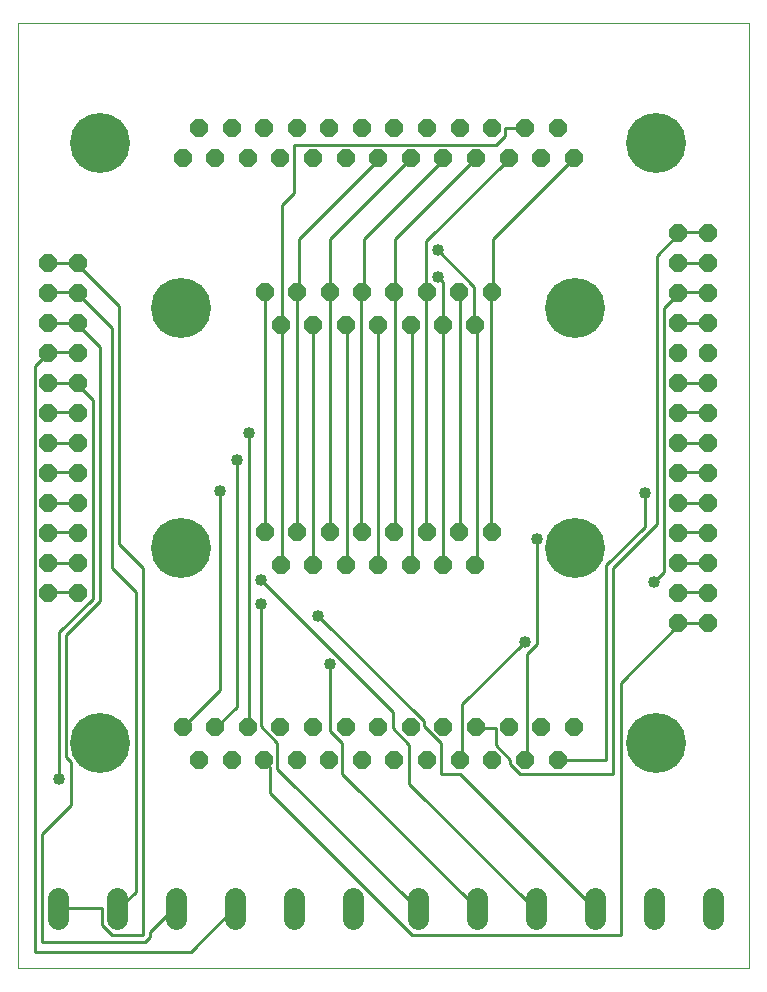
<source format=gtl>
G75*
G70*
%OFA0B0*%
%FSLAX24Y24*%
%IPPOS*%
%LPD*%
%AMOC8*
5,1,8,0,0,1.08239X$1,22.5*
%
%ADD10C,0.0000*%
%ADD11OC8,0.0600*%
%ADD12C,0.2000*%
%ADD13C,0.0705*%
%ADD14C,0.0100*%
%ADD15C,0.0400*%
D10*
X000517Y000770D02*
X000517Y032266D01*
X024887Y032266D01*
X024887Y000770D01*
X000517Y000770D01*
D11*
X005997Y008830D03*
X006537Y007710D03*
X007087Y008830D03*
X007627Y007710D03*
X008167Y008830D03*
X008717Y007710D03*
X009257Y008830D03*
X009797Y007710D03*
X010347Y008830D03*
X010887Y007710D03*
X011427Y008830D03*
X011977Y007710D03*
X012517Y008830D03*
X013057Y007710D03*
X013607Y008830D03*
X014147Y007710D03*
X014687Y008830D03*
X015237Y007710D03*
X015777Y008830D03*
X016317Y007710D03*
X016867Y008830D03*
X017407Y007710D03*
X017947Y008830D03*
X018497Y007710D03*
X019037Y008830D03*
X022517Y012270D03*
X022517Y013270D03*
X022517Y014270D03*
X022517Y015270D03*
X022517Y016270D03*
X022517Y017270D03*
X022517Y018270D03*
X022517Y019270D03*
X022517Y020270D03*
X022517Y021270D03*
X022517Y022270D03*
X022517Y023270D03*
X022517Y024270D03*
X022517Y025270D03*
X023517Y025270D03*
X023517Y024270D03*
X023517Y023270D03*
X023517Y022270D03*
X023517Y021270D03*
X023517Y020270D03*
X023517Y019270D03*
X023517Y018270D03*
X023517Y017270D03*
X023517Y016270D03*
X023517Y015270D03*
X023517Y014270D03*
X023517Y013270D03*
X023517Y012270D03*
X016297Y015330D03*
X015757Y014210D03*
X015217Y015330D03*
X014677Y014210D03*
X014137Y015330D03*
X013597Y014210D03*
X013057Y015330D03*
X012517Y014210D03*
X011977Y015330D03*
X011437Y014210D03*
X010897Y015330D03*
X010357Y014210D03*
X009817Y015330D03*
X009277Y014210D03*
X008737Y015330D03*
X009277Y022210D03*
X009817Y023330D03*
X010357Y022210D03*
X010897Y023330D03*
X011437Y022210D03*
X011977Y023330D03*
X012517Y022210D03*
X013057Y023330D03*
X013597Y022210D03*
X014137Y023330D03*
X014677Y022210D03*
X015217Y023330D03*
X015757Y022210D03*
X016297Y023330D03*
X015777Y027770D03*
X016317Y028770D03*
X016867Y027770D03*
X017407Y028770D03*
X017947Y027770D03*
X018497Y028770D03*
X019037Y027770D03*
X015237Y028770D03*
X014687Y027770D03*
X014147Y028770D03*
X013607Y027770D03*
X013057Y028770D03*
X012517Y027770D03*
X011977Y028770D03*
X011427Y027770D03*
X010887Y028770D03*
X010347Y027770D03*
X009797Y028770D03*
X009257Y027770D03*
X008717Y028770D03*
X008167Y027770D03*
X007627Y028770D03*
X007087Y027770D03*
X006537Y028770D03*
X005997Y027770D03*
X008737Y023330D03*
X002517Y023270D03*
X002517Y022270D03*
X002517Y021270D03*
X002517Y020270D03*
X002517Y019270D03*
X002517Y018270D03*
X002517Y017270D03*
X002517Y016270D03*
X002517Y015270D03*
X002517Y014270D03*
X002517Y013270D03*
X001517Y013270D03*
X001517Y014270D03*
X001517Y015270D03*
X001517Y016270D03*
X001517Y017270D03*
X001517Y018270D03*
X001517Y019270D03*
X001517Y020270D03*
X001517Y021270D03*
X001517Y022270D03*
X001517Y023270D03*
X001517Y024270D03*
X002517Y024270D03*
D12*
X003257Y028270D03*
X005957Y022770D03*
X005957Y014770D03*
X003257Y008270D03*
X019077Y014770D03*
X021777Y008270D03*
X019077Y022770D03*
X021777Y028270D03*
D13*
X021719Y003123D02*
X021719Y002418D01*
X019751Y002418D02*
X019751Y003123D01*
X017782Y003123D02*
X017782Y002418D01*
X015814Y002418D02*
X015814Y003123D01*
X013845Y003123D02*
X013845Y002418D01*
X011688Y002418D02*
X011688Y003123D01*
X009719Y003123D02*
X009719Y002418D01*
X007751Y002418D02*
X007751Y003123D01*
X005782Y003123D02*
X005782Y002418D01*
X003814Y002418D02*
X003814Y003123D01*
X001845Y003123D02*
X001845Y002418D01*
X023688Y002418D02*
X023688Y003123D01*
D14*
X020597Y001890D02*
X020597Y010290D01*
X022517Y012210D01*
X022517Y012270D01*
X022517Y012290D01*
X023477Y012290D01*
X023517Y012270D01*
X023517Y013270D02*
X023477Y013330D01*
X022517Y013330D01*
X022517Y013270D01*
X022037Y013970D02*
X022037Y022770D01*
X022517Y023250D01*
X022517Y023270D01*
X022517Y023330D01*
X023477Y023330D01*
X023517Y023270D01*
X023477Y022290D02*
X023517Y022270D01*
X023477Y022290D02*
X022517Y022290D01*
X022517Y022270D01*
X022517Y020290D02*
X022517Y020270D01*
X022517Y020290D02*
X023477Y020290D01*
X023517Y020270D01*
X023477Y019330D02*
X023517Y019270D01*
X023477Y019330D02*
X022517Y019330D01*
X022517Y019270D01*
X022517Y018290D02*
X022517Y018270D01*
X022517Y018290D02*
X023477Y018290D01*
X023517Y018270D01*
X023477Y017330D02*
X023517Y017270D01*
X023477Y017330D02*
X022517Y017330D01*
X022517Y017270D01*
X022517Y016290D02*
X022517Y016270D01*
X022517Y016290D02*
X023477Y016290D01*
X023517Y016270D01*
X023477Y015330D02*
X023517Y015270D01*
X023477Y015330D02*
X022517Y015330D01*
X022517Y015270D01*
X021797Y015570D02*
X021797Y024530D01*
X022517Y025250D01*
X022517Y025270D01*
X022517Y025330D01*
X023477Y025330D01*
X023517Y025270D01*
X023477Y024290D02*
X023517Y024270D01*
X023477Y024290D02*
X022517Y024290D01*
X022517Y024270D01*
X019037Y027770D02*
X016357Y025090D01*
X016357Y023330D01*
X016297Y023330D01*
X016277Y023330D01*
X016277Y015330D01*
X016297Y015330D01*
X015797Y014210D02*
X015757Y014210D01*
X015797Y014210D02*
X015797Y022210D01*
X015757Y022210D01*
X015717Y022210D01*
X015717Y023490D01*
X014497Y024710D01*
X014117Y025010D02*
X014117Y023330D01*
X014137Y023330D01*
X014117Y023330D02*
X014117Y015330D01*
X014137Y015330D01*
X013637Y014210D02*
X013597Y014210D01*
X013637Y014210D02*
X013637Y022210D01*
X013597Y022210D01*
X013077Y023330D02*
X013057Y023330D01*
X013077Y023330D02*
X013077Y025090D01*
X015717Y027730D01*
X015777Y027770D01*
X016437Y028210D02*
X009717Y028210D01*
X009717Y026610D01*
X009317Y026210D01*
X009317Y022210D01*
X009277Y022210D01*
X009317Y022210D02*
X009317Y014210D01*
X009277Y014210D01*
X008597Y013730D02*
X012997Y009330D01*
X012997Y008770D01*
X013557Y008210D01*
X013557Y006930D01*
X017717Y002770D01*
X017782Y002770D01*
X019717Y002770D02*
X019751Y002770D01*
X019717Y002770D02*
X015237Y007250D01*
X014597Y007250D01*
X014597Y008290D01*
X014037Y008850D01*
X014037Y009010D01*
X010517Y012530D01*
X010917Y010930D02*
X010917Y008690D01*
X011317Y008290D01*
X011317Y007250D01*
X015797Y002770D01*
X015814Y002770D01*
X013845Y002770D02*
X013797Y002770D01*
X009157Y007410D01*
X009157Y008290D01*
X008597Y008850D01*
X008597Y012930D01*
X010357Y014210D02*
X010357Y022210D01*
X009877Y023330D02*
X009817Y023330D01*
X009797Y023330D01*
X009797Y015330D01*
X009817Y015330D01*
X008757Y015330D02*
X008737Y015330D01*
X008757Y015330D02*
X008757Y023330D01*
X008737Y023330D01*
X009877Y023330D02*
X009877Y025090D01*
X012517Y027730D01*
X012517Y027770D01*
X013557Y027730D02*
X013607Y027770D01*
X013557Y027730D02*
X010917Y025090D01*
X010917Y023330D01*
X010897Y023330D01*
X010917Y023330D02*
X010917Y015330D01*
X010897Y015330D01*
X011437Y014210D02*
X011477Y014210D01*
X011477Y022210D01*
X011437Y022210D01*
X011957Y023330D02*
X011977Y023330D01*
X012037Y023330D01*
X012037Y025090D01*
X014677Y027730D01*
X014687Y027770D01*
X016437Y028210D02*
X016757Y028530D01*
X016757Y028770D01*
X017407Y028770D01*
X016867Y027770D02*
X016837Y027730D01*
X014117Y025010D01*
X014517Y023810D02*
X014677Y023650D01*
X014677Y022210D01*
X014677Y014210D01*
X015217Y015330D02*
X015237Y015330D01*
X015237Y023330D01*
X015217Y023330D01*
X013077Y023330D02*
X013077Y015330D01*
X013057Y015330D01*
X012517Y014210D02*
X012517Y022210D01*
X011957Y023330D02*
X011957Y015330D01*
X011977Y015330D01*
X008197Y018610D02*
X008197Y008850D01*
X008167Y008830D01*
X007797Y009490D02*
X007797Y017730D01*
X007237Y016690D02*
X007237Y010050D01*
X006037Y008850D01*
X005997Y008830D01*
X007087Y008830D02*
X007157Y008850D01*
X007797Y009490D01*
X008717Y007710D02*
X008757Y007650D01*
X008917Y007490D01*
X008917Y006610D01*
X013637Y001890D01*
X020597Y001890D01*
X020357Y007250D02*
X017237Y007250D01*
X016917Y007570D01*
X016917Y007730D01*
X016437Y008210D01*
X016437Y008770D01*
X015797Y008770D01*
X015777Y008830D01*
X015317Y009570D02*
X015317Y007810D01*
X015237Y007730D01*
X015237Y007710D01*
X015317Y009570D02*
X017397Y011650D01*
X017797Y011570D02*
X017477Y011250D01*
X017477Y007730D01*
X017407Y007710D01*
X018497Y007710D02*
X018517Y007730D01*
X020117Y007730D01*
X020117Y014210D01*
X021397Y015490D01*
X021397Y016610D01*
X021797Y015570D02*
X020357Y014130D01*
X020357Y007250D01*
X017797Y011570D02*
X017797Y015090D01*
X021707Y013640D02*
X022037Y013970D01*
X022517Y014270D02*
X022517Y014290D01*
X023477Y014290D01*
X023517Y014270D01*
X007751Y002770D02*
X007717Y002770D01*
X006277Y001330D01*
X001077Y001330D01*
X001077Y020850D01*
X001477Y021250D01*
X001517Y021270D01*
X001557Y021330D01*
X002517Y021330D01*
X002517Y021270D01*
X003237Y021490D02*
X002517Y022210D01*
X002517Y022270D01*
X002517Y022290D01*
X001557Y022290D01*
X001517Y022270D01*
X001517Y023270D02*
X001557Y023330D01*
X002517Y023330D01*
X002517Y023270D01*
X002517Y023250D01*
X003637Y022130D01*
X003637Y014130D01*
X004437Y013330D01*
X004437Y003330D01*
X003877Y002770D01*
X003814Y002770D01*
X003317Y002770D02*
X003317Y002210D01*
X003637Y001890D01*
X004677Y001890D01*
X004677Y014130D01*
X003877Y014930D01*
X003877Y022850D01*
X002517Y024210D01*
X002517Y024270D01*
X002517Y024290D01*
X001557Y024290D01*
X001517Y024270D01*
X003237Y021490D02*
X003237Y013010D01*
X002117Y011890D01*
X002117Y007810D01*
X002277Y007650D01*
X002277Y006210D01*
X001317Y005250D01*
X001317Y001650D01*
X004757Y001650D01*
X004917Y001810D01*
X004917Y001970D01*
X005717Y002770D01*
X005782Y002770D01*
X003317Y002770D02*
X001845Y002770D01*
X001877Y007090D02*
X001877Y011970D01*
X002997Y013090D01*
X002997Y019730D01*
X002517Y020210D01*
X002517Y020270D01*
X002517Y020290D01*
X001557Y020290D01*
X001517Y020270D01*
X001557Y019330D02*
X001517Y019270D01*
X001557Y019330D02*
X002517Y019330D01*
X002517Y019270D01*
X002517Y018290D02*
X002517Y018270D01*
X002517Y018290D02*
X001557Y018290D01*
X001517Y018270D01*
X001557Y017330D02*
X001517Y017270D01*
X001557Y017330D02*
X002517Y017330D01*
X002517Y017270D01*
X002517Y016290D02*
X002517Y016270D01*
X002517Y016290D02*
X001557Y016290D01*
X001517Y016270D01*
X001557Y015330D02*
X001517Y015270D01*
X001557Y015330D02*
X002517Y015330D01*
X002517Y015270D01*
X002517Y014290D02*
X002517Y014270D01*
X002517Y014290D02*
X001557Y014290D01*
X001517Y014270D01*
X001557Y013330D02*
X001517Y013270D01*
X001557Y013330D02*
X002517Y013330D01*
X002517Y013270D01*
D15*
X001877Y007090D03*
X008597Y012930D03*
X008597Y013730D03*
X010517Y012530D03*
X010917Y010930D03*
X007237Y016690D03*
X007797Y017730D03*
X008197Y018610D03*
X014517Y023810D03*
X014497Y024710D03*
X017797Y015090D03*
X017397Y011650D03*
X021397Y016610D03*
X021707Y013640D03*
M02*

</source>
